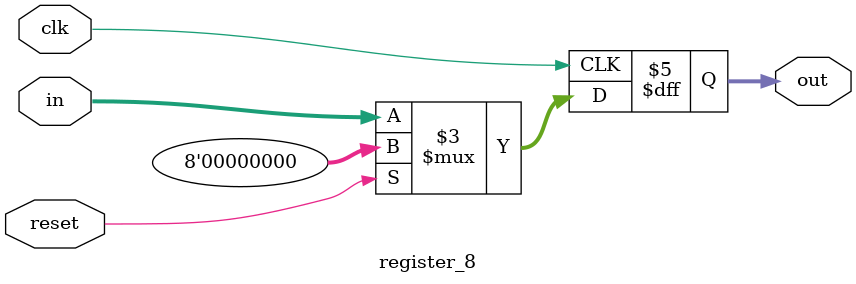
<source format=v>
`timescale 1ns / 1ps


module register_8(
    input clk, reset,
    input[7:0] in,
    output reg[7:0] out
    );
    
    always @(posedge clk) begin
        if (reset) begin
            out <= 8'b0; end
        else begin
            out <= in; end
    end
endmodule

</source>
